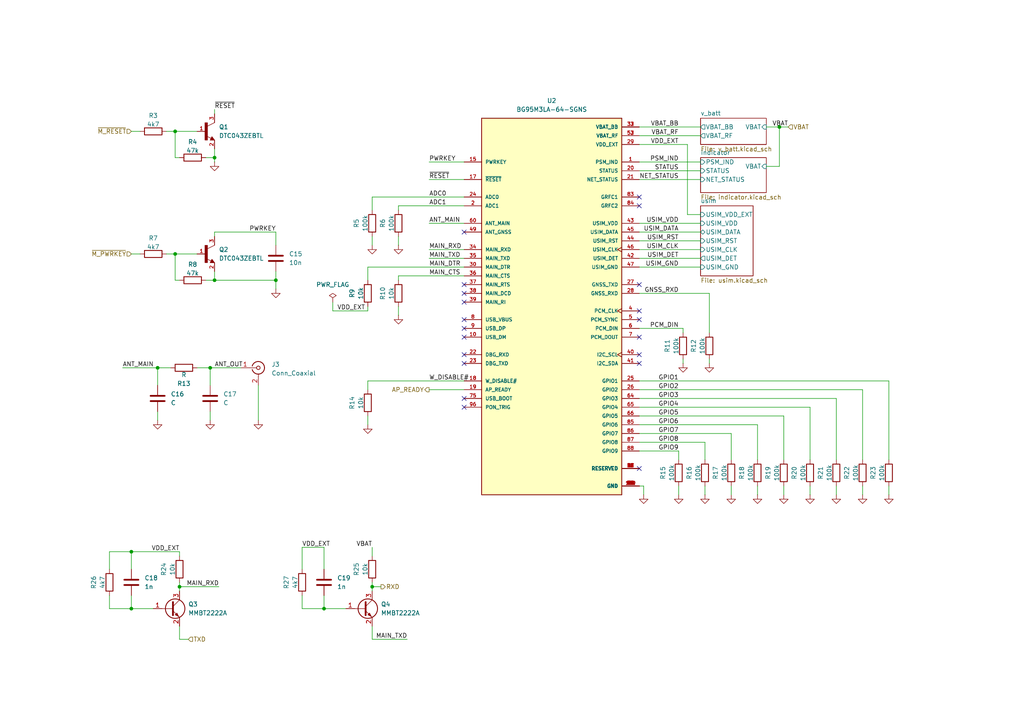
<source format=kicad_sch>
(kicad_sch (version 20250114) (generator "eeschema") (generator_version "9.0")
  (paper "A4")
  (lib_symbols
    (symbol "BG95M3LA-64-SGNS:BG95M3LA-64-SGNS" (pin_names (offset 1.016))
      (property "Reference" "U" (at -20.32 54.356 0))
      (property "Value" "BG95M3LA-64-SGNS" (at -20.32 -58.42 0))
      (symbol "BG95M3LA-64-SGNS_0_0"
        (rectangle (start -20.32 -55.88) (end 20.32 53.34) (stroke (width 0.254)) (fill (type background)))
        (pin input line (at -25.4 40.64 0) (length 5.08) (name "PWRKEY") (number "15"))
        (pin input line (at -25.4 35.56 0) (length 5.08) (name "~{RESET}") (number "17"))
        (pin input line (at -25.4 30.48 0) (length 5.08) (name "ADC0") (number "24"))
        (pin input line (at -25.4 27.94 0) (length 5.08) (name "ADC1") (number "2"))
        (pin bidirectional line (at -25.4 22.86 0) (length 5.08) (name "ANT_MAIN") (number "60"))
        (pin input line (at -25.4 20.32 0) (length 5.08) (name "ANT_GNSS") (number "49"))
        (pin input line (at -25.4 15.24 0) (length 5.08) (name "MAIN_RXD") (number "34"))
        (pin output line (at -25.4 12.7 0) (length 5.08) (name "MAIN_TXD") (number "35"))
        (pin input line (at -25.4 10.16 0) (length 5.08) (name "MAIN_DTR") (number "30"))
        (pin output line (at -25.4 7.62 0) (length 5.08) (name "MAIN_CTS") (number "36"))
        (pin input line (at -25.4 5.08 0) (length 5.08) (name "MAIN_RTS") (number "37"))
        (pin output line (at -25.4 2.54 0) (length 5.08) (name "MAIN_DCD") (number "38"))
        (pin output line (at -25.4 0 0) (length 5.08) (name "MAIN_RI") (number "39"))
        (pin input line (at -25.4 -5.08 0) (length 5.08) (name "USB_VBUS") (number "8"))
        (pin bidirectional line (at -25.4 -7.62 0) (length 5.08) (name "USB_DP") (number "9"))
        (pin bidirectional line (at -25.4 -10.16 0) (length 5.08) (name "USB_DM") (number "10"))
        (pin input line (at -25.4 -15.24 0) (length 5.08) (name "DBG_RXD") (number "22"))
        (pin output line (at -25.4 -17.78 0) (length 5.08) (name "DBG_TXD") (number "23"))
        (pin input line (at -25.4 -22.86 0) (length 5.08) (name "W_DISABLE#") (number "18"))
        (pin input line (at -25.4 -25.4 0) (length 5.08) (name "AP_READY") (number "19"))
        (pin input line (at -25.4 -27.94 0) (length 5.08) (name "USB_BOOT") (number "75"))
        (pin input line (at -25.4 -30.48 0) (length 5.08) (name "PON_TRIG") (number "96"))
        (pin power_in line (at 25.4 50.8 180) (length 5.08) (name "VBAT_BB") (number "32"))
        (pin power_in line (at 25.4 50.8 180) (length 5.08) (name "VBAT_BB") (number "33"))
        (pin power_in line (at 25.4 48.26 180) (length 5.08) (name "VBAT_RF") (number "52"))
        (pin power_in line (at 25.4 48.26 180) (length 5.08) (name "VBAT_RF") (number "53"))
        (pin power_in line (at 25.4 45.72 180) (length 5.08) (name "VDD_EXT") (number "29"))
        (pin output line (at 25.4 40.64 180) (length 5.08) (name "PSM_IND") (number "1"))
        (pin output line (at 25.4 38.1 180) (length 5.08) (name "STATUS") (number "20"))
        (pin output line (at 25.4 35.56 180) (length 5.08) (name "NET_STATUS") (number "21"))
        (pin output line (at 25.4 30.48 180) (length 5.08) (name "GRFC1") (number "83"))
        (pin output line (at 25.4 27.94 180) (length 5.08) (name "GRFC2") (number "84"))
        (pin power_in line (at 25.4 22.86 180) (length 5.08) (name "USIM_VDD") (number "43"))
        (pin bidirectional line (at 25.4 20.32 180) (length 5.08) (name "USIM_DATA") (number "45"))
        (pin output line (at 25.4 17.78 180) (length 5.08) (name "USIM_RST") (number "44"))
        (pin output clock (at 25.4 15.24 180) (length 5.08) (name "USIM_CLK") (number "46"))
        (pin input line (at 25.4 12.7 180) (length 5.08) (name "USIM_DET") (number "42"))
        (pin power_in line (at 25.4 10.16 180) (length 5.08) (name "USIM_GND") (number "47"))
        (pin output line (at 25.4 5.08 180) (length 5.08) (name "GNSS_TXD") (number "27"))
        (pin input line (at 25.4 2.54 180) (length 5.08) (name "GNSS_RXD") (number "28"))
        (pin output clock (at 25.4 -2.54 180) (length 5.08) (name "PCM_CLK") (number "4"))
        (pin output line (at 25.4 -5.08 180) (length 5.08) (name "PCM_SYNC") (number "5"))
        (pin input line (at 25.4 -7.62 180) (length 5.08) (name "PCM_DIN") (number "6"))
        (pin output line (at 25.4 -10.16 180) (length 5.08) (name "PCM_DOUT") (number "7"))
        (pin output clock (at 25.4 -15.24 180) (length 5.08) (name "I2C_SCL") (number "40"))
        (pin bidirectional line (at 25.4 -17.78 180) (length 5.08) (name "I2C_SDA") (number "41"))
        (pin bidirectional line (at 25.4 -22.86 180) (length 5.08) (name "GPIO1") (number "25"))
        (pin bidirectional line (at 25.4 -25.4 180) (length 5.08) (name "GPIO2") (number "26"))
        (pin bidirectional line (at 25.4 -27.94 180) (length 5.08) (name "GPIO3") (number "64"))
        (pin bidirectional line (at 25.4 -30.48 180) (length 5.08) (name "GPIO4") (number "65"))
        (pin bidirectional line (at 25.4 -33.02 180) (length 5.08) (name "GPIO5") (number "66"))
        (pin bidirectional line (at 25.4 -35.56 180) (length 5.08) (name "GPIO6") (number "85"))
        (pin bidirectional line (at 25.4 -38.1 180) (length 5.08) (name "GPIO7") (number "86"))
        (pin bidirectional line (at 25.4 -40.64 180) (length 5.08) (name "GPIO8") (number "87"))
        (pin bidirectional line (at 25.4 -43.18 180) (length 5.08) (name "GPIO9") (number "88"))
        (pin passive line (at 25.4 -48.26 180) (length 5.08) (name "RESERVED") (number "11"))
        (pin passive line (at 25.4 -48.26 180) (length 5.08) (name "RESERVED") (number "12"))
        (pin passive line (at 25.4 -48.26 180) (length 5.08) (name "RESERVED") (number "13"))
        (pin passive line (at 25.4 -48.26 180) (length 5.08) (name "RESERVED") (number "14"))
        (pin passive line (at 25.4 -48.26 180) (length 5.08) (name "RESERVED") (number "16"))
        (pin passive line (at 25.4 -48.26 180) (length 5.08) (name "RESERVED") (number "51"))
        (pin passive line (at 25.4 -48.26 180) (length 5.08) (name "RESERVED") (number "56"))
        (pin passive line (at 25.4 -48.26 180) (length 5.08) (name "RESERVED") (number "57"))
        (pin passive line (at 25.4 -48.26 180) (length 5.08) (name "RESERVED") (number "63"))
        (pin passive line (at 25.4 -48.26 180) (length 5.08) (name "RESERVED") (number "76"))
        (pin passive line (at 25.4 -48.26 180) (length 5.08) (name "RESERVED") (number "77"))
        (pin passive line (at 25.4 -48.26 180) (length 5.08) (name "RESERVED") (number "78"))
        (pin passive line (at 25.4 -48.26 180) (length 5.08) (name "RESERVED") (number "92"))
        (pin passive line (at 25.4 -48.26 180) (length 5.08) (name "RESERVED") (number "93"))
        (pin passive line (at 25.4 -48.26 180) (length 5.08) (name "RESERVED") (number "94"))
        (pin passive line (at 25.4 -48.26 180) (length 5.08) (name "RESERVED") (number "95"))
        (pin passive line (at 25.4 -48.26 180) (length 5.08) (name "RESERVED") (number "97"))
        (pin passive line (at 25.4 -48.26 180) (length 5.08) (name "RESERVED") (number "98"))
        (pin passive line (at 25.4 -48.26 180) (length 5.08) (name "RESERVED") (number "99"))
        (pin power_in line (at 25.4 -53.34 180) (length 5.08) (name "GND") (number "100"))
        (pin power_in line (at 25.4 -53.34 180) (length 5.08) (name "GND") (number "101"))
        (pin power_in line (at 25.4 -53.34 180) (length 5.08) (name "GND") (number "102"))
        (pin power_in line (at 25.4 -53.34 180) (length 5.08) (name "GND") (number "3"))
        (pin power_in line (at 25.4 -53.34 180) (length 5.08) (name "GND") (number "31"))
        (pin power_in line (at 25.4 -53.34 180) (length 5.08) (name "GND") (number "48"))
        (pin power_in line (at 25.4 -53.34 180) (length 5.08) (name "GND") (number "50"))
        (pin power_in line (at 25.4 -53.34 180) (length 5.08) (name "GND") (number "54"))
        (pin power_in line (at 25.4 -53.34 180) (length 5.08) (name "GND") (number "55"))
        (pin power_in line (at 25.4 -53.34 180) (length 5.08) (name "GND") (number "58"))
        (pin power_in line (at 25.4 -53.34 180) (length 5.08) (name "GND") (number "59"))
        (pin power_in line (at 25.4 -53.34 180) (length 5.08) (name "GND") (number "61"))
        (pin power_in line (at 25.4 -53.34 180) (length 5.08) (name "GND") (number "62"))
        (pin power_in line (at 25.4 -53.34 180) (length 5.08) (name "GND") (number "67"))
        (pin power_in line (at 25.4 -53.34 180) (length 5.08) (name "GND") (number "68"))
        (pin power_in line (at 25.4 -53.34 180) (length 5.08) (name "GND") (number "69"))
        (pin power_in line (at 25.4 -53.34 180) (length 5.08) (name "GND") (number "70"))
        (pin power_in line (at 25.4 -53.34 180) (length 5.08) (name "GND") (number "71"))
        (pin power_in line (at 25.4 -53.34 180) (length 5.08) (name "GND") (number "72"))
        (pin power_in line (at 25.4 -53.34 180) (length 5.08) (name "GND") (number "73"))
        (pin power_in line (at 25.4 -53.34 180) (length 5.08) (name "GND") (number "74"))
        (pin power_in line (at 25.4 -53.34 180) (length 5.08) (name "GND") (number "79"))
        (pin power_in line (at 25.4 -53.34 180) (length 5.08) (name "GND") (number "80"))
        (pin power_in line (at 25.4 -53.34 180) (length 5.08) (name "GND") (number "81"))
        (pin power_in line (at 25.4 -53.34 180) (length 5.08) (name "GND") (number "82"))
        (pin power_in line (at 25.4 -53.34 180) (length 5.08) (name "GND") (number "89"))
        (pin power_in line (at 25.4 -53.34 180) (length 5.08) (name "GND") (number "90"))
        (pin power_in line (at 25.4 -53.34 180) (length 5.08) (name "GND") (number "91"))
      )
    )
    (symbol "Connector:Conn_Coaxial" (pin_names (offset 1.016) (hide yes))
      (property "Reference" "J" (at 0.254 3.048 0))
      (property "Value" "Conn_Coaxial" (at 2.921 0 90))
      (symbol "Conn_Coaxial_0_1"
        (polyline (pts (xy -2.54 0) (xy -0.508 0)))
        (arc (start 1.778 0) (mid 0.222 -1.8079) (end -1.778 -0.508) (stroke (width 0.254)))
        (arc (start -1.778 0.508) (mid 0.2221 1.8084) (end 1.778 0) (stroke (width 0.254)))
        (circle (center 0 0) (radius 0.508) (stroke (width 0.2032)))
        (polyline (pts (xy 0 -2.54) (xy 0 -1.778)))
      )
      (symbol "Conn_Coaxial_1_1"
        (pin passive line (at -5.08 0 0) (length 2.54) (name "In") (number "1"))
        (pin passive line (at 0 -5.08 90) (length 2.54) (name "Ext") (number "2"))
      )
    )
    (symbol "DTC043ZEBTL:DTC043ZEBTL" (pin_names (offset 1.016))
      (property "Reference" "Q" (at 3.81 1.27 0))
      (property "Value" "DTC043ZEBTL" (at 3.81 -1.27 0))
      (symbol "DTC043ZEBTL_0_0"
        (rectangle (start -0.254 -2.54) (end 0.508 2.54) (stroke (width 0.1)) (fill (type outline)))
        (polyline (pts (xy 1.27 -2.54) (xy 1.778 -1.524) (xy 2.54 -2.54) (xy 1.27 -2.54)) (stroke (width 0.1524)) (fill (type outline)))
        (polyline (pts (xy 1.54 -2.04) (xy 0.308 -1.424)) (stroke (width 0.1524)))
        (polyline (pts (xy 2.54 2.54) (xy 0.508 1.524)) (stroke (width 0.1524)))
        (pin passive line (at -2.54 0 0) (length 2.54) (name "~") (number "1"))
        (pin passive line (at 2.54 5.08 270) (length 2.54) (name "~") (number "3"))
        (pin passive line (at 2.54 -5.08 90) (length 2.54) (name "~") (number "2"))
      )
    )
    (symbol "Device:C" (pin_numbers (hide yes)) (pin_names (offset 0.254))
      (property "Reference" "C" (at 0.635 2.54 0))
      (property "Value" "C" (at 0.635 -2.54 0))
      (symbol "C_0_1"
        (polyline (pts (xy -2.032 0.762) (xy 2.032 0.762)) (stroke (width 0.508)))
        (polyline (pts (xy -2.032 -0.762) (xy 2.032 -0.762)) (stroke (width 0.508)))
      )
      (symbol "C_1_1"
        (pin passive line (at 0 3.81 270) (length 2.794) (name "~") (number "1"))
        (pin passive line (at 0 -3.81 90) (length 2.794) (name "~") (number "2"))
      )
    )
    (symbol "Device:R" (pin_numbers (hide yes)) (pin_names (offset 0))
      (property "Reference" "R" (at 2.032 0 90))
      (property "Value" "R" (at 0 0 90))
      (symbol "R_0_1"
        (rectangle (start -1.016 -2.54) (end 1.016 2.54) (stroke (width 0.254)))
      )
      (symbol "R_1_1"
        (pin passive line (at 0 3.81 270) (length 1.27) (name "~") (number "1"))
        (pin passive line (at 0 -3.81 90) (length 1.27) (name "~") (number "2"))
      )
    )
    (symbol "Transistor_BJT:MMBT2222A" (pin_names (offset 0) (hide yes))
      (property "Reference" "Q" (at 5.08 1.905 0))
      (property "Value" "MMBT2222A" (at 5.08 0 0))
      (symbol "MMBT2222A_0_1"
        (polyline (pts (xy -2.54 0) (xy 0.635 0)))
        (polyline (pts (xy 0.635 1.905) (xy 0.635 -1.905)) (stroke (width 0.508)))
        (circle (center 1.27 0) (radius 2.8194) (stroke (width 0.254)))
      )
      (symbol "MMBT2222A_1_1"
        (polyline (pts (xy 0.635 0.635) (xy 2.54 2.54)))
        (polyline (pts (xy 0.635 -0.635) (xy 2.54 -2.54)))
        (polyline (pts (xy 1.27 -1.778) (xy 1.778 -1.27) (xy 2.286 -2.286) (xy 1.27 -1.778)) (fill (type outline)))
        (pin input line (at -5.08 0 0) (length 2.54) (name "B") (number "1"))
        (pin passive line (at 2.54 5.08 270) (length 2.54) (name "C") (number "3"))
        (pin passive line (at 2.54 -5.08 90) (length 2.54) (name "E") (number "2"))
      )
    )
    (symbol "power:GND" (power) (pin_numbers (hide yes)) (pin_names (offset 0) (hide yes))
      (property "Value" "GND" (at 0 -3.81 0))
      (symbol "GND_0_1"
        (polyline (pts (xy 0 0) (xy 0 -1.27) (xy 1.27 -1.27) (xy 0 -2.54) (xy -1.27 -1.27) (xy 0 -1.27)))
      )
      (symbol "GND_1_1"
        (pin power_in line (at 0 0 270) (length 0) (name "~") (number "1"))
      )
    )
    (symbol "power:PWR_FLAG" (power) (pin_numbers (hide yes)) (pin_names (offset 0) (hide yes))
      (property "Value" "PWR_FLAG" (at 0 3.81 0))
      (symbol "PWR_FLAG_0_0"
        (pin power_out line (at 0 0 90) (length 0) (name "~") (number "1"))
      )
      (symbol "PWR_FLAG_0_1"
        (polyline (pts (xy 0 0) (xy 0 1.27) (xy -1.016 1.905) (xy 0 2.54) (xy 1.016 1.905) (xy 0 1.27)))
      )
    )
  )
  (junction (at 93.98 176.53))
  (junction (at 50.8 73.66))
  (junction (at 107.95 170.18))
  (junction (at 52.07 170.18))
  (junction (at 62.23 81.28))
  (junction (at 62.23 45.72))
  (junction (at 80.01 81.28))
  (junction (at 60.96 106.68))
  (junction (at 50.8 38.1))
  (junction (at 38.1 176.53))
  (junction (at 45.72 106.68))
  (junction (at 226.06 36.83))
  (junction (at 38.1 160.02))
  (no_connect (at 185.42 59.69))
  (no_connect (at 134.62 97.79))
  (no_connect (at 134.62 95.25))
  (no_connect (at 185.42 57.15))
  (no_connect (at 134.62 67.31))
  (no_connect (at 134.62 115.57))
  (no_connect (at 134.62 87.63))
  (no_connect (at 185.42 92.71))
  (no_connect (at 185.42 135.89))
  (no_connect (at 134.62 102.87))
  (no_connect (at 185.42 82.55))
  (no_connect (at 185.42 97.79))
  (no_connect (at 134.62 82.55))
  (no_connect (at 185.42 105.41))
  (no_connect (at 185.42 102.87))
  (no_connect (at 134.62 92.71))
  (no_connect (at 185.42 90.17))
  (no_connect (at 134.62 105.41))
  (no_connect (at 134.62 118.11))
  (no_connect (at 134.62 85.09))
  (wire (pts (xy 35.56 106.68) (xy 45.72 106.68)))
  (wire (pts (xy 219.71 123.19) (xy 219.71 133.35)))
  (wire (pts (xy 198.12 104.14) (xy 198.12 105.41)))
  (wire (pts (xy 204.47 128.27) (xy 204.47 133.35)))
  (wire (pts (xy 115.57 88.9) (xy 115.57 91.44)))
  (wire (pts (xy 124.46 52.07) (xy 134.62 52.07)))
  (wire (pts (xy 115.57 80.01) (xy 115.57 81.28)))
  (wire (pts (xy 242.57 115.57) (xy 242.57 133.35)))
  (wire (pts (xy 212.09 140.97) (xy 212.09 143.51)))
  (wire (pts (xy 45.72 106.68) (xy 49.53 106.68)))
  (wire (pts (xy 185.42 123.19) (xy 219.71 123.19)))
  (wire (pts (xy 50.8 81.28) (xy 50.8 73.66)))
  (wire (pts (xy 50.8 73.66) (xy 57.15 73.66)))
  (wire (pts (xy 222.25 48.26) (xy 226.06 48.26)))
  (wire (pts (xy 185.42 95.25) (xy 198.12 95.25)))
  (wire (pts (xy 196.85 140.97) (xy 196.85 143.51)))
  (wire (pts (xy 203.2 62.23) (xy 199.39 62.23)))
  (wire (pts (xy 60.96 119.38) (xy 60.96 121.92)))
  (wire (pts (xy 199.39 62.23) (xy 199.39 41.91)))
  (wire (pts (xy 185.42 120.65) (xy 227.33 120.65)))
  (wire (pts (xy 196.85 133.35) (xy 196.85 130.81)))
  (wire (pts (xy 124.46 74.93) (xy 134.62 74.93)))
  (wire (pts (xy 185.42 64.77) (xy 203.2 64.77)))
  (wire (pts (xy 185.42 77.47) (xy 203.2 77.47)))
  (wire (pts (xy 107.95 158.75) (xy 107.95 161.29)))
  (wire (pts (xy 106.68 81.28) (xy 106.68 77.47)))
  (wire (pts (xy 52.07 45.72) (xy 50.8 45.72)))
  (wire (pts (xy 205.74 96.52) (xy 205.74 85.09)))
  (wire (pts (xy 107.95 57.15) (xy 134.62 57.15)))
  (wire (pts (xy 185.42 67.31) (xy 203.2 67.31)))
  (wire (pts (xy 52.07 170.18) (xy 63.5 170.18)))
  (wire (pts (xy 185.42 49.53) (xy 203.2 49.53)))
  (wire (pts (xy 62.23 78.74) (xy 62.23 81.28)))
  (wire (pts (xy 74.93 111.76) (xy 74.93 121.92)))
  (wire (pts (xy 93.98 158.75) (xy 93.98 165.1)))
  (wire (pts (xy 52.07 168.91) (xy 52.07 170.18)))
  (wire (pts (xy 87.63 176.53) (xy 93.98 176.53)))
  (wire (pts (xy 52.07 170.18) (xy 52.07 171.45)))
  (wire (pts (xy 115.57 60.96) (xy 115.57 59.69)))
  (wire (pts (xy 38.1 38.1) (xy 40.64 38.1)))
  (wire (pts (xy 62.23 45.72) (xy 62.23 46.99)))
  (wire (pts (xy 62.23 81.28) (xy 59.69 81.28)))
  (wire (pts (xy 38.1 160.02) (xy 38.1 165.1)))
  (wire (pts (xy 185.42 110.49) (xy 257.81 110.49)))
  (wire (pts (xy 93.98 172.72) (xy 93.98 176.53)))
  (wire (pts (xy 106.68 77.47) (xy 134.62 77.47)))
  (wire (pts (xy 227.33 120.65) (xy 227.33 133.35)))
  (wire (pts (xy 107.95 60.96) (xy 107.95 57.15)))
  (wire (pts (xy 204.47 140.97) (xy 204.47 143.51)))
  (wire (pts (xy 80.01 78.74) (xy 80.01 81.28)))
  (wire (pts (xy 205.74 104.14) (xy 205.74 105.41)))
  (wire (pts (xy 62.23 43.18) (xy 62.23 45.72)))
  (wire (pts (xy 250.19 113.03) (xy 250.19 133.35)))
  (wire (pts (xy 185.42 118.11) (xy 234.95 118.11)))
  (wire (pts (xy 96.52 90.17) (xy 106.68 90.17)))
  (wire (pts (xy 228.6 36.83) (xy 226.06 36.83)))
  (wire (pts (xy 124.46 46.99) (xy 134.62 46.99)))
  (wire (pts (xy 62.23 45.72) (xy 59.69 45.72)))
  (wire (pts (xy 31.75 172.72) (xy 31.75 176.53)))
  (wire (pts (xy 185.42 36.83) (xy 203.2 36.83)))
  (wire (pts (xy 52.07 181.61) (xy 52.07 185.42)))
  (wire (pts (xy 38.1 172.72) (xy 38.1 176.53)))
  (wire (pts (xy 185.42 69.85) (xy 203.2 69.85)))
  (wire (pts (xy 80.01 81.28) (xy 80.01 83.82)))
  (wire (pts (xy 45.72 119.38) (xy 45.72 121.92)))
  (wire (pts (xy 185.42 113.03) (xy 250.19 113.03)))
  (wire (pts (xy 31.75 160.02) (xy 38.1 160.02)))
  (wire (pts (xy 115.57 80.01) (xy 134.62 80.01)))
  (wire (pts (xy 38.1 73.66) (xy 40.64 73.66)))
  (wire (pts (xy 48.26 38.1) (xy 50.8 38.1)))
  (wire (pts (xy 50.8 38.1) (xy 57.15 38.1)))
  (wire (pts (xy 87.63 158.75) (xy 93.98 158.75)))
  (wire (pts (xy 185.42 140.97) (xy 186.69 140.97)))
  (wire (pts (xy 62.23 68.58) (xy 62.23 67.31)))
  (wire (pts (xy 57.15 106.68) (xy 60.96 106.68)))
  (wire (pts (xy 185.42 85.09) (xy 205.74 85.09)))
  (wire (pts (xy 219.71 140.97) (xy 219.71 143.51)))
  (wire (pts (xy 234.95 118.11) (xy 234.95 133.35)))
  (wire (pts (xy 31.75 176.53) (xy 38.1 176.53)))
  (wire (pts (xy 31.75 165.1) (xy 31.75 160.02)))
  (wire (pts (xy 212.09 125.73) (xy 212.09 133.35)))
  (wire (pts (xy 107.95 181.61) (xy 107.95 185.42)))
  (wire (pts (xy 52.07 81.28) (xy 50.8 81.28)))
  (wire (pts (xy 106.68 120.65) (xy 106.68 123.19)))
  (wire (pts (xy 185.42 72.39) (xy 203.2 72.39)))
  (wire (pts (xy 106.68 113.03) (xy 106.68 110.49)))
  (wire (pts (xy 45.72 106.68) (xy 45.72 111.76)))
  (wire (pts (xy 124.46 72.39) (xy 134.62 72.39)))
  (wire (pts (xy 60.96 106.68) (xy 60.96 111.76)))
  (wire (pts (xy 257.81 140.97) (xy 257.81 143.51)))
  (wire (pts (xy 115.57 68.58) (xy 115.57 71.12)))
  (wire (pts (xy 80.01 67.31) (xy 80.01 71.12)))
  (wire (pts (xy 186.69 140.97) (xy 186.69 143.51)))
  (wire (pts (xy 185.42 128.27) (xy 204.47 128.27)))
  (wire (pts (xy 107.95 168.91) (xy 107.95 170.18)))
  (wire (pts (xy 227.33 140.97) (xy 227.33 143.51)))
  (wire (pts (xy 60.96 106.68) (xy 69.85 106.68)))
  (wire (pts (xy 38.1 176.53) (xy 44.45 176.53)))
  (wire (pts (xy 107.95 170.18) (xy 110.49 170.18)))
  (wire (pts (xy 124.46 113.03) (xy 134.62 113.03)))
  (wire (pts (xy 185.42 115.57) (xy 242.57 115.57)))
  (wire (pts (xy 257.81 110.49) (xy 257.81 133.35)))
  (wire (pts (xy 48.26 73.66) (xy 50.8 73.66)))
  (wire (pts (xy 96.52 87.63) (xy 96.52 90.17)))
  (wire (pts (xy 52.07 185.42) (xy 54.61 185.42)))
  (wire (pts (xy 106.68 110.49) (xy 134.62 110.49)))
  (wire (pts (xy 107.95 170.18) (xy 107.95 171.45)))
  (wire (pts (xy 242.57 140.97) (xy 242.57 143.51)))
  (wire (pts (xy 87.63 172.72) (xy 87.63 176.53)))
  (wire (pts (xy 185.42 41.91) (xy 199.39 41.91)))
  (wire (pts (xy 124.46 64.77) (xy 134.62 64.77)))
  (wire (pts (xy 185.42 74.93) (xy 203.2 74.93)))
  (wire (pts (xy 107.95 68.58) (xy 107.95 71.12)))
  (wire (pts (xy 93.98 176.53) (xy 100.33 176.53)))
  (wire (pts (xy 185.42 46.99) (xy 203.2 46.99)))
  (wire (pts (xy 50.8 45.72) (xy 50.8 38.1)))
  (wire (pts (xy 185.42 39.37) (xy 203.2 39.37)))
  (wire (pts (xy 38.1 160.02) (xy 52.07 160.02)))
  (wire (pts (xy 80.01 81.28) (xy 62.23 81.28)))
  (wire (pts (xy 185.42 125.73) (xy 212.09 125.73)))
  (wire (pts (xy 107.95 185.42) (xy 118.11 185.42)))
  (wire (pts (xy 115.57 59.69) (xy 134.62 59.69)))
  (wire (pts (xy 62.23 33.02) (xy 62.23 31.75)))
  (wire (pts (xy 62.23 67.31) (xy 80.01 67.31)))
  (wire (pts (xy 250.19 140.97) (xy 250.19 143.51)))
  (wire (pts (xy 226.06 36.83) (xy 222.25 36.83)))
  (wire (pts (xy 87.63 165.1) (xy 87.63 158.75)))
  (wire (pts (xy 198.12 96.52) (xy 198.12 95.25)))
  (wire (pts (xy 226.06 48.26) (xy 226.06 36.83)))
  (wire (pts (xy 52.07 160.02) (xy 52.07 161.29)))
  (wire (pts (xy 234.95 140.97) (xy 234.95 143.51)))
  (wire (pts (xy 106.68 88.9) (xy 106.68 90.17)))
  (wire (pts (xy 185.42 130.81) (xy 196.85 130.81)))
  (wire (pts (xy 185.42 52.07) (xy 203.2 52.07)))
  (label "VDD_EXT" (at 196.85 41.91 180))
  (label "VBAT_RF" (at 196.85 39.37 180))
  (label "GPIO1" (at 196.85 110.49 180))
  (label "VBAT" (at 228.6 36.83 180))
  (label "ADC1" (at 124.46 59.69 0))
  (label "MAIN_TXD" (at 124.46 74.93 0))
  (label "GPIO3" (at 196.85 115.57 180))
  (label "MAIN_RXD" (at 63.5 170.18 180))
  (label "~{RESET}" (at 124.46 52.07 0))
  (label "GPIO8" (at 196.85 128.27 180))
  (label "GPIO7" (at 196.85 125.73 180))
  (label "PSM_IND" (at 196.85 46.99 180))
  (label "MAIN_DTR" (at 124.46 77.47 0))
  (label "VDD_EXT" (at 97.79 90.17 0))
  (label "ANT_MAIN" (at 124.46 64.77 0))
  (label "W_DISABLE#" (at 124.46 110.49 0))
  (label "USIM_VDD" (at 196.85 64.77 180))
  (label "ANT_OUT" (at 62.23 106.68 0))
  (label "ADC0" (at 124.46 57.15 0))
  (label "USIM_GND" (at 196.85 77.47 180))
  (label "GNSS_RXD" (at 196.85 85.09 180))
  (label "ANT_MAIN" (at 35.56 106.68 0))
  (label "GPIO6" (at 196.85 123.19 180))
  (label "GPIO4" (at 196.85 118.11 180))
  (label "USIM_CLK" (at 196.85 72.39 180))
  (label "VBAT_BB" (at 196.85 36.83 180))
  (label "MAIN_TXD" (at 118.11 185.42 180))
  (label "MAIN_CTS" (at 124.46 80.01 0))
  (label "PCM_DIN" (at 196.85 95.25 180))
  (label "GPIO9" (at 196.85 130.81 180))
  (label "~{RESET}" (at 62.23 31.75 0))
  (label "VBAT" (at 107.95 158.75 180))
  (label "PWRKEY" (at 80.01 67.31 180))
  (label "VDD_EXT" (at 52.07 160.02 180))
  (label "NET_STATUS" (at 196.85 52.07 180))
  (label "PWRKEY" (at 124.46 46.99 0))
  (label "MAIN_RXD" (at 124.46 72.39 0))
  (label "GPIO2" (at 196.85 113.03 180))
  (label "STATUS" (at 196.85 49.53 180))
  (label "GPIO5" (at 196.85 120.65 180))
  (label "USIM_DET" (at 196.85 74.93 180))
  (label "USIM_RST" (at 196.85 69.85 180))
  (label "VDD_EXT" (at 87.63 158.75 0))
  (label "USIM_DATA" (at 196.85 67.31 180))
  (hierarchical_label "AP_READY" (shape output) (at 124.46 113.03 180))
  (hierarchical_label "~{M_RESET}" (shape input) (at 38.1 38.1 180))
  (hierarchical_label "TXD" (shape input) (at 54.61 185.42 0))
  (hierarchical_label "RXD" (shape output) (at 110.49 170.18 0))
  (hierarchical_label "VBAT" (shape input) (at 228.6 36.83 0))
  (hierarchical_label "~{M_PWRKEY}" (shape input) (at 38.1 73.66 180))
  (symbol (lib_id "Device:R") (at 212.09 137.16 180) (unit 1)
    (property "Reference" "R17" (at 207.518 137.16 90))
    (property "Value" "100k" (at 210.058 137.16 90))
    (property "Footprint" "Resistor_SMD:R_0402_1005Metric" (effects (hide yes)))
    (property "Description" "Resistor" (effects (hide yes)))
  )
  (symbol (lib_id "Transistor_BJT:MMBT2222A") (at 105.41 176.53 0) (unit 1)
    (property "Reference" "Q4" (at 110.49 175.2599 0) (effects (justify left)))
    (property "Value" "MMBT2222A" (at 110.49 177.7999 0) (effects (justify left)))
    (property "Footprint" "Package_TO_SOT_SMD:SOT-23" (effects (hide yes)))
    (property "Datasheet" "https://assets.nexperia.com/documents/data-sheet/MMBT2222A.pdf" (effects (hide yes)))
    (property "Description" "600mA Ic, 40V Vce, NPN Transistor, SOT-23" (effects (hide yes)))
  )
  (symbol (lib_id "power:GND") (at 45.72 121.92 0) (mirror y) (unit 1)
    (property "Reference" "#PWR021" (effects (hide yes)))
    (property "Value" "GND" (effects (hide yes)))
    (property "Description" "Power symbol creates a global label with name \"GND\" , ground" (effects (hide yes)))
  )
  (symbol (lib_id "Device:R") (at 106.68 116.84 180) (unit 1)
    (property "Reference" "R14" (at 102.108 116.84 90))
    (property "Value" "10k" (at 104.648 116.84 90))
    (property "Footprint" "Resistor_SMD:R_0402_1005Metric" (effects (hide yes)))
    (property "Description" "Resistor" (effects (hide yes)))
  )
  (symbol (lib_id "Device:C") (at 38.1 168.91 0) (unit 1)
    (property "Reference" "C18" (at 41.91 167.6399 0) (effects (justify left)))
    (property "Value" "1n" (at 41.91 170.1799 0) (effects (justify left)))
    (property "Footprint" "Capacitor_SMD:C_0402_1005Metric" (effects (hide yes)))
    (property "Description" "Unpolarized capacitor" (effects (hide yes)))
  )
  (symbol (lib_id "power:GND") (at 115.57 91.44 0) (mirror y) (unit 1)
    (property "Reference" "#PWR018" (effects (hide yes)))
    (property "Value" "GND" (effects (hide yes)))
    (property "Description" "Power symbol creates a global label with name \"GND\" , ground" (effects (hide yes)))
  )
  (symbol (lib_id "Device:R") (at 87.63 168.91 180) (unit 1)
    (property "Reference" "R27" (at 83.058 168.91 90))
    (property "Value" "4k7" (at 85.598 168.91 90))
    (property "Footprint" "Resistor_SMD:R_0402_1005Metric" (effects (hide yes)))
    (property "Description" "Resistor" (effects (hide yes)))
  )
  (symbol (lib_id "Device:R") (at 55.88 45.72 90) (unit 1)
    (property "Reference" "R4" (at 55.88 41.148 90))
    (property "Value" "47k" (at 55.88 43.688 90))
    (property "Footprint" "Resistor_SMD:R_0402_1005Metric" (effects (hide yes)))
    (property "Description" "Resistor" (effects (hide yes)))
  )
  (symbol (lib_id "power:GND") (at 196.85 143.51 0) (mirror y) (unit 1)
    (property "Reference" "#PWR026" (effects (hide yes)))
    (property "Value" "GND" (effects (hide yes)))
    (property "Description" "Power symbol creates a global label with name \"GND\" , ground" (effects (hide yes)))
  )
  (symbol (lib_id "power:GND") (at 212.09 143.51 0) (mirror y) (unit 1)
    (property "Reference" "#PWR028" (effects (hide yes)))
    (property "Value" "GND" (effects (hide yes)))
    (property "Description" "Power symbol creates a global label with name \"GND\" , ground" (effects (hide yes)))
  )
  (symbol (lib_id "power:GND") (at 62.23 46.99 0) (mirror y) (unit 1)
    (property "Reference" "#PWR014" (effects (hide yes)))
    (property "Value" "GND" (effects (hide yes)))
    (property "Description" "Power symbol creates a global label with name \"GND\" , ground" (effects (hide yes)))
  )
  (symbol (lib_id "power:GND") (at 257.81 143.51 0) (mirror y) (unit 1)
    (property "Reference" "#PWR034" (effects (hide yes)))
    (property "Value" "GND" (effects (hide yes)))
    (property "Description" "Power symbol creates a global label with name \"GND\" , ground" (effects (hide yes)))
  )
  (symbol (lib_id "Device:C") (at 80.01 74.93 0) (unit 1)
    (property "Reference" "C15" (at 83.82 73.6599 0) (effects (justify left)))
    (property "Value" "10n" (at 83.82 76.1999 0) (effects (justify left)))
    (property "Footprint" "Capacitor_SMD:C_0402_1005Metric" (effects (hide yes)))
    (property "Description" "Unpolarized capacitor" (effects (hide yes)))
  )
  (symbol (lib_id "Device:R") (at 31.75 168.91 180) (unit 1)
    (property "Reference" "R26" (at 27.178 168.91 90))
    (property "Value" "4k7" (at 29.718 168.91 90))
    (property "Footprint" "Resistor_SMD:R_0402_1005Metric" (effects (hide yes)))
    (property "Description" "Resistor" (effects (hide yes)))
  )
  (symbol (lib_id "Device:R") (at 52.07 165.1 180) (unit 1)
    (property "Reference" "R24" (at 47.498 165.1 90))
    (property "Value" "10k" (at 50.038 165.1 90))
    (property "Footprint" "Resistor_SMD:R_0402_1005Metric" (effects (hide yes)))
    (property "Description" "Resistor" (effects (hide yes)))
  )
  (symbol (lib_id "BG95M3LA-64-SGNS:BG95M3LA-64-SGNS") (at 160.02 87.63 0) (unit 1)
    (property "Reference" "U2" (at 160.02 29.21 0))
    (property "Value" "BG95M3LA-64-SGNS" (at 160.02 31.75 0))
    (property "Footprint" "BG95M3LA-64-SGNS:XCVR_BG95M3LA-64-SGNS" (effects (hide yes)))
    (property "MF" "Quectel" (effects (hide yes)))
    (property "Purchase-URL" "https://pricing.snapeda.com/search/part/BG95M3LA-64-SGNS/?ref=eda" (effects (hide yes)))
    (property "Package" "Custom Quectel" (effects (hide yes)))
    (property "Price" "None" (effects (hide yes)))
    (property "Check_prices" "https://www.snapeda.com/parts/BG95M3LA64SGNS/Quectel/view-part/?ref=eda" (effects (hide yes)))
    (property "SnapEDA_Link" "https://www.snapeda.com/parts/BG95M3LA64SGNS/Quectel/view-part/?ref=snap" (effects (hide yes)))
    (property "MP" "BG95M3LA64SGNS" (effects (hide yes)))
    (property "Availability" "In Stock" (effects (hide yes)))
    (property "Description_1" "Cellular, Navigation BeiDou, EGDE, Galileo, GLONASS, GPS, GNSS, GSM, LTE Transceiver Module 850MHz, 900MHz, 1.8GHz, 1.9GHz Antenna Not Included Surface Mount" (effects (hide yes)))
  )
  (symbol (lib_id "Device:R") (at 257.81 137.16 180) (unit 1)
    (property "Reference" "R23" (at 253.238 137.16 90))
    (property "Value" "100k" (at 255.778 137.16 90))
    (property "Footprint" "Resistor_SMD:R_0402_1005Metric" (effects (hide yes)))
    (property "Description" "Resistor" (effects (hide yes)))
  )
  (symbol (lib_id "power:GND") (at 219.71 143.51 0) (mirror y) (unit 1)
    (property "Reference" "#PWR029" (effects (hide yes)))
    (property "Value" "GND" (effects (hide yes)))
    (property "Description" "Power symbol creates a global label with name \"GND\" , ground" (effects (hide yes)))
  )
  (symbol (lib_id "DTC043ZEBTL:DTC043ZEBTL") (at 59.69 38.1 0) (unit 1)
    (property "Reference" "Q1" (at 63.5 36.8299 0) (effects (justify left)))
    (property "Value" "DTC043ZEBTL" (at 63.5 39.3699 0) (effects (justify left)))
    (property "Footprint" "DTC043ZEBTL:SOTFL50P160X85-3N" (effects (hide yes)))
    (property "MF" "Rohm" (effects (hide yes)))
    (property "MAXIMUM_PACKAGE_HEIGHT" "0.85mm" (effects (hide yes)))
    (property "Package" "SOT-490 Rohm" (effects (hide yes)))
    (property "Price" "None" (effects (hide yes)))
    (property "Check_prices" "https://www.snapeda.com/parts/DTC043ZEBTL/Rohm/view-part/?ref=eda" (effects (hide yes)))
    (property "STANDARD" "IPC-7351B" (effects (hide yes)))
    (property "PARTREV" "002" (effects (hide yes)))
    (property "SnapEDA_Link" "https://www.snapeda.com/parts/DTC043ZEBTL/Rohm/view-part/?ref=snap" (effects (hide yes)))
    (property "MP" "DTC043ZEBTL" (effects (hide yes)))
    (property "Description_1" "Pre-Biased Bipolar Transistor (BJT) NPN - Pre-Biased 50 V 100 mA 250 MHz 150 mW Surface Mount EMT3F (SOT-416FL)" (effects (hide yes)))
    (property "Availability" "In Stock" (effects (hide yes)))
    (property "MANUFACTURER" "ROHM Semiconductor" (effects (hide yes)))
  )
  (symbol (lib_id "power:GND") (at 227.33 143.51 0) (mirror y) (unit 1)
    (property "Reference" "#PWR030" (effects (hide yes)))
    (property "Value" "GND" (effects (hide yes)))
    (property "Description" "Power symbol creates a global label with name \"GND\" , ground" (effects (hide yes)))
  )
  (symbol (lib_id "Device:C") (at 60.96 115.57 0) (unit 1)
    (property "Reference" "C17" (at 64.77 114.2999 0) (effects (justify left)))
    (property "Value" "C" (at 64.77 116.8399 0) (effects (justify left)))
    (property "Footprint" "Capacitor_SMD:C_0402_1005Metric" (effects (hide yes)))
    (property "Description" "Unpolarized capacitor" (effects (hide yes)))
  )
  (symbol (lib_id "Device:R") (at 115.57 64.77 180) (unit 1)
    (property "Reference" "R6" (at 110.998 64.77 90))
    (property "Value" "100k" (at 113.538 64.77 90))
    (property "Footprint" "Resistor_SMD:R_0402_1005Metric" (effects (hide yes)))
    (property "Description" "Resistor" (effects (hide yes)))
  )
  (symbol (lib_id "Device:R") (at 250.19 137.16 180) (unit 1)
    (property "Reference" "R22" (at 245.618 137.16 90))
    (property "Value" "100k" (at 248.158 137.16 90))
    (property "Footprint" "Resistor_SMD:R_0402_1005Metric" (effects (hide yes)))
    (property "Description" "Resistor" (effects (hide yes)))
  )
  (symbol (lib_id "Device:R") (at 196.85 137.16 180) (unit 1)
    (property "Reference" "R15" (at 192.278 137.16 90))
    (property "Value" "100k" (at 194.818 137.16 90))
    (property "Footprint" "Resistor_SMD:R_0402_1005Metric" (effects (hide yes)))
    (property "Description" "Resistor" (effects (hide yes)))
  )
  (symbol (lib_id "Device:R") (at 44.45 38.1 90) (unit 1)
    (property "Reference" "R3" (at 44.45 33.528 90))
    (property "Value" "4k7" (at 44.45 36.068 90))
    (property "Footprint" "Resistor_SMD:R_0402_1005Metric" (effects (hide yes)))
    (property "Description" "Resistor" (effects (hide yes)))
  )
  (symbol (lib_id "Device:R") (at 198.12 100.33 180) (unit 1)
    (property "Reference" "R11" (at 193.548 100.33 90))
    (property "Value" "100k" (at 196.088 100.33 90))
    (property "Footprint" "Resistor_SMD:R_0402_1005Metric" (effects (hide yes)))
    (property "Description" "Resistor" (effects (hide yes)))
  )
  (symbol (lib_id "DTC043ZEBTL:DTC043ZEBTL") (at 59.69 73.66 0) (unit 1)
    (property "Reference" "Q2" (at 63.5 72.3899 0) (effects (justify left)))
    (property "Value" "DTC043ZEBTL" (at 63.5 74.9299 0) (effects (justify left)))
    (property "Footprint" "DTC043ZEBTL:SOTFL50P160X85-3N" (effects (hide yes)))
    (property "MF" "Rohm" (effects (hide yes)))
    (property "MAXIMUM_PACKAGE_HEIGHT" "0.85mm" (effects (hide yes)))
    (property "Package" "SOT-490 Rohm" (effects (hide yes)))
    (property "Price" "None" (effects (hide yes)))
    (property "Check_prices" "https://www.snapeda.com/parts/DTC043ZEBTL/Rohm/view-part/?ref=eda" (effects (hide yes)))
    (property "STANDARD" "IPC-7351B" (effects (hide yes)))
    (property "PARTREV" "002" (effects (hide yes)))
    (property "SnapEDA_Link" "https://www.snapeda.com/parts/DTC043ZEBTL/Rohm/view-part/?ref=snap" (effects (hide yes)))
    (property "MP" "DTC043ZEBTL" (effects (hide yes)))
    (property "Description_1" "Pre-Biased Bipolar Transistor (BJT) NPN - Pre-Biased 50 V 100 mA 250 MHz 150 mW Surface Mount EMT3F (SOT-416FL)" (effects (hide yes)))
    (property "Availability" "In Stock" (effects (hide yes)))
    (property "MANUFACTURER" "ROHM Semiconductor" (effects (hide yes)))
  )
  (symbol (lib_id "Device:R") (at 227.33 137.16 180) (unit 1)
    (property "Reference" "R19" (at 222.758 137.16 90))
    (property "Value" "100k" (at 225.298 137.16 90))
    (property "Footprint" "Resistor_SMD:R_0402_1005Metric" (effects (hide yes)))
    (property "Description" "Resistor" (effects (hide yes)))
  )
  (symbol (lib_id "power:GND") (at 115.57 71.12 0) (mirror y) (unit 1)
    (property "Reference" "#PWR016" (effects (hide yes)))
    (property "Value" "GND" (effects (hide yes)))
    (property "Description" "Power symbol creates a global label with name \"GND\" , ground" (effects (hide yes)))
  )
  (symbol (lib_id "power:GND") (at 204.47 143.51 0) (mirror y) (unit 1)
    (property "Reference" "#PWR027" (effects (hide yes)))
    (property "Value" "GND" (effects (hide yes)))
    (property "Description" "Power symbol creates a global label with name \"GND\" , ground" (effects (hide yes)))
  )
  (symbol (lib_id "power:GND") (at 250.19 143.51 0) (mirror y) (unit 1)
    (property "Reference" "#PWR033" (effects (hide yes)))
    (property "Value" "GND" (effects (hide yes)))
    (property "Description" "Power symbol creates a global label with name \"GND\" , ground" (effects (hide yes)))
  )
  (symbol (lib_id "power:GND") (at 242.57 143.51 0) (mirror y) (unit 1)
    (property "Reference" "#PWR032" (effects (hide yes)))
    (property "Value" "GND" (effects (hide yes)))
    (property "Description" "Power symbol creates a global label with name \"GND\" , ground" (effects (hide yes)))
  )
  (symbol (lib_id "power:GND") (at 106.68 123.19 0) (mirror y) (unit 1)
    (property "Reference" "#PWR024" (effects (hide yes)))
    (property "Value" "GND" (effects (hide yes)))
    (property "Description" "Power symbol creates a global label with name \"GND\" , ground" (effects (hide yes)))
  )
  (symbol (lib_id "Device:R") (at 205.74 100.33 180) (unit 1)
    (property "Reference" "R12" (at 201.168 100.33 90))
    (property "Value" "100k" (at 203.708 100.33 90))
    (property "Footprint" "Resistor_SMD:R_0402_1005Metric" (effects (hide yes)))
    (property "Description" "Resistor" (effects (hide yes)))
  )
  (symbol (lib_id "Device:C") (at 45.72 115.57 0) (unit 1)
    (property "Reference" "C16" (at 49.53 114.2999 0) (effects (justify left)))
    (property "Value" "C" (at 49.53 116.8399 0) (effects (justify left)))
    (property "Footprint" "Capacitor_SMD:C_0402_1005Metric" (effects (hide yes)))
    (property "Description" "Unpolarized capacitor" (effects (hide yes)))
  )
  (symbol (lib_id "Device:R") (at 204.47 137.16 180) (unit 1)
    (property "Reference" "R16" (at 199.898 137.16 90))
    (property "Value" "100k" (at 202.438 137.16 90))
    (property "Footprint" "Resistor_SMD:R_0402_1005Metric" (effects (hide yes)))
    (property "Description" "Resistor" (effects (hide yes)))
  )
  (symbol (lib_id "power:GND") (at 74.93 121.92 0) (mirror y) (unit 1)
    (property "Reference" "#PWR023" (effects (hide yes)))
    (property "Value" "GND" (effects (hide yes)))
    (property "Description" "Power symbol creates a global label with name \"GND\" , ground" (effects (hide yes)))
  )
  (symbol (lib_id "Device:R") (at 234.95 137.16 180) (unit 1)
    (property "Reference" "R20" (at 230.378 137.16 90))
    (property "Value" "100k" (at 232.918 137.16 90))
    (property "Footprint" "Resistor_SMD:R_0402_1005Metric" (effects (hide yes)))
    (property "Description" "Resistor" (effects (hide yes)))
  )
  (symbol (lib_id "power:GND") (at 198.12 105.41 0) (mirror y) (unit 1)
    (property "Reference" "#PWR019" (effects (hide yes)))
    (property "Value" "GND" (effects (hide yes)))
    (property "Description" "Power symbol creates a global label with name \"GND\" , ground" (effects (hide yes)))
  )
  (symbol (lib_id "Device:R") (at 107.95 64.77 180) (unit 1)
    (property "Reference" "R5" (at 103.378 64.77 90))
    (property "Value" "100k" (at 105.918 64.77 90))
    (property "Footprint" "Resistor_SMD:R_0402_1005Metric" (effects (hide yes)))
    (property "Description" "Resistor" (effects (hide yes)))
  )
  (symbol (lib_id "power:PWR_FLAG") (at 96.52 87.63 0) (unit 1)
    (property "Reference" "#FLG04" (effects (hide yes)))
    (property "Value" "PWR_FLAG" (at 96.52 82.55 0))
    (property "Description" "Special symbol for telling ERC where power comes from" (effects (hide yes)))
  )
  (symbol (lib_id "Device:R") (at 44.45 73.66 90) (unit 1)
    (property "Reference" "R7" (at 44.45 69.088 90))
    (property "Value" "4k7" (at 44.45 71.628 90))
    (property "Footprint" "Resistor_SMD:R_0402_1005Metric" (effects (hide yes)))
    (property "Description" "Resistor" (effects (hide yes)))
  )
  (symbol (lib_id "power:GND") (at 107.95 71.12 0) (mirror y) (unit 1)
    (property "Reference" "#PWR015" (effects (hide yes)))
    (property "Value" "GND" (effects (hide yes)))
    (property "Description" "Power symbol creates a global label with name \"GND\" , ground" (effects (hide yes)))
  )
  (symbol (lib_id "Device:C") (at 93.98 168.91 0) (unit 1)
    (property "Reference" "C19" (at 97.79 167.6399 0) (effects (justify left)))
    (property "Value" "1n" (at 97.79 170.1799 0) (effects (justify left)))
    (property "Footprint" "Capacitor_SMD:C_0402_1005Metric" (effects (hide yes)))
    (property "Description" "Unpolarized capacitor" (effects (hide yes)))
  )
  (symbol (lib_id "power:GND") (at 186.69 143.51 0) (mirror y) (unit 1)
    (property "Reference" "#PWR025" (effects (hide yes)))
    (property "Value" "GND" (effects (hide yes)))
    (property "Description" "Power symbol creates a global label with name \"GND\" , ground" (effects (hide yes)))
  )
  (symbol (lib_id "Device:R") (at 115.57 85.09 180) (unit 1)
    (property "Reference" "R10" (at 110.998 85.09 90))
    (property "Value" "10k" (at 113.538 85.09 90))
    (property "Footprint" "Resistor_SMD:R_0402_1005Metric" (effects (hide yes)))
    (property "Description" "Resistor" (effects (hide yes)))
  )
  (symbol (lib_id "Device:R") (at 55.88 81.28 90) (unit 1)
    (property "Reference" "R8" (at 55.88 76.708 90))
    (property "Value" "47k" (at 55.88 79.248 90))
    (property "Footprint" "Resistor_SMD:R_0402_1005Metric" (effects (hide yes)))
    (property "Description" "Resistor" (effects (hide yes)))
  )
  (symbol (lib_id "power:GND") (at 60.96 121.92 0) (mirror y) (unit 1)
    (property "Reference" "#PWR022" (effects (hide yes)))
    (property "Value" "GND" (effects (hide yes)))
    (property "Description" "Power symbol creates a global label with name \"GND\" , ground" (effects (hide yes)))
  )
  (symbol (lib_id "power:GND") (at 80.01 83.82 0) (mirror y) (unit 1)
    (property "Reference" "#PWR017" (effects (hide yes)))
    (property "Value" "GND" (effects (hide yes)))
    (property "Description" "Power symbol creates a global label with name \"GND\" , ground" (effects (hide yes)))
  )
  (symbol (lib_id "Device:R") (at 219.71 137.16 180) (unit 1)
    (property "Reference" "R18" (at 215.138 137.16 90))
    (property "Value" "100k" (at 217.678 137.16 90))
    (property "Footprint" "Resistor_SMD:R_0402_1005Metric" (effects (hide yes)))
    (property "Description" "Resistor" (effects (hide yes)))
  )
  (symbol (lib_id "Connector:Conn_Coaxial") (at 74.93 106.68 0) (unit 1)
    (property "Reference" "J3" (at 78.74 105.7031 0) (effects (justify left)))
    (property "Value" "Conn_Coaxial" (at 78.74 108.2431 0) (effects (justify left)))
    (property "Footprint" "Connector_Coaxial:U.FL_Hirose_U.FL-R-SMT-1_Vertical" (effects (hide yes)))
    (property "Description" "coaxial connector (BNC, SMA, SMB, SMC, Cinch/RCA, LEMO, ...)" (effects (hide yes)))
  )
  (symbol (lib_id "Transistor_BJT:MMBT2222A") (at 49.53 176.53 0) (unit 1)
    (property "Reference" "Q3" (at 54.61 175.2599 0) (effects (justify left)))
    (property "Value" "MMBT2222A" (at 54.61 177.7999 0) (effects (justify left)))
    (property "Footprint" "Package_TO_SOT_SMD:SOT-23" (effects (hide yes)))
    (property "Datasheet" "https://assets.nexperia.com/documents/data-sheet/MMBT2222A.pdf" (effects (hide yes)))
    (property "Description" "600mA Ic, 40V Vce, NPN Transistor, SOT-23" (effects (hide yes)))
  )
  (symbol (lib_id "Device:R") (at 53.34 106.68 270) (unit 1)
    (property "Reference" "R13" (at 53.34 111.252 90))
    (property "Value" "R" (at 53.34 108.712 90))
    (property "Footprint" "Resistor_SMD:R_0402_1005Metric" (effects (hide yes)))
    (property "Description" "Resistor" (effects (hide yes)))
  )
  (symbol (lib_id "Device:R") (at 242.57 137.16 180) (unit 1)
    (property "Reference" "R21" (at 237.998 137.16 90))
    (property "Value" "100k" (at 240.538 137.16 90))
    (property "Footprint" "Resistor_SMD:R_0402_1005Metric" (effects (hide yes)))
    (property "Description" "Resistor" (effects (hide yes)))
  )
  (symbol (lib_id "Device:R") (at 106.68 85.09 180) (unit 1)
    (property "Reference" "R9" (at 102.108 85.09 90))
    (property "Value" "10k" (at 104.648 85.09 90))
    (property "Footprint" "Resistor_SMD:R_0402_1005Metric" (effects (hide yes)))
    (property "Description" "Resistor" (effects (hide yes)))
  )
  (symbol (lib_id "power:GND") (at 205.74 105.41 0) (mirror y) (unit 1)
    (property "Reference" "#PWR020" (effects (hide yes)))
    (property "Value" "GND" (effects (hide yes)))
    (property "Description" "Power symbol creates a global label with name \"GND\" , ground" (effects (hide yes)))
  )
  (symbol (lib_id "power:GND") (at 234.95 143.51 0) (mirror y) (unit 1)
    (property "Reference" "#PWR031" (effects (hide yes)))
    (property "Value" "GND" (effects (hide yes)))
    (property "Description" "Power symbol creates a global label with name \"GND\" , ground" (effects (hide yes)))
  )
  (symbol (lib_id "Device:R") (at 107.95 165.1 180) (unit 1)
    (property "Reference" "R25" (at 103.378 165.1 90))
    (property "Value" "10k" (at 105.918 165.1 90))
    (property "Footprint" "Resistor_SMD:R_0402_1005Metric" (effects (hide yes)))
    (property "Description" "Resistor" (effects (hide yes)))
  )
  (sheet (at 203.2 59.69) (size 15.24 20.32) (stroke (width 0.1524))
    (property "Sheetname" "usim" (at 203.2 58.9784 0) (effects (justify left bottom)))
    (property "Sheetfile" "usim.kicad_sch" (at 203.2 80.5946 0) (effects (justify left top)))
    (pin "USIM_GND" input (at 203.2 77.47 180))
    (pin "USIM_CLK" input (at 203.2 72.39 180))
    (pin "USIM_VDD" input (at 203.2 64.77 180))
    (pin "USIM_DATA" bidirectional (at 203.2 67.31 180))
    (pin "USIM_DET" output (at 203.2 74.93 180))
    (pin "USIM_RST" input (at 203.2 69.85 180))
    (pin "USIM_VDD_EXT" input (at 203.2 62.23 180))
  )
  (sheet (at 203.2 34.29) (size 19.05 7.62) (stroke (width 0.1524))
    (property "Sheetname" "v_batt" (at 203.2 33.5784 0) (effects (justify left bottom)))
    (property "Sheetfile" "v_batt.kicad_sch" (at 203.2 42.4946 0) (effects (justify left top)))
    (pin "VBAT_RF" output (at 203.2 39.37 180))
    (pin "VBAT_BB" output (at 203.2 36.83 180))
    (pin "VBAT" input (at 222.25 36.83 0))
  )
  (sheet (at 203.2 45.72) (size 19.05 10.16) (stroke (width 0.1524))
    (property "Sheetname" "indicator" (at 203.2 45.0084 0) (effects (justify left bottom)))
    (property "Sheetfile" "indicator.kicad_sch" (at 203.2 56.4646 0) (effects (justify left top)))
    (pin "NET_STATUS" input (at 203.2 52.07 180))
    (pin "VBAT" input (at 222.25 48.26 0))
    (pin "PSM_IND" input (at 203.2 46.99 180))
    (pin "STATUS" input (at 203.2 49.53 180))
  )
)
</source>
